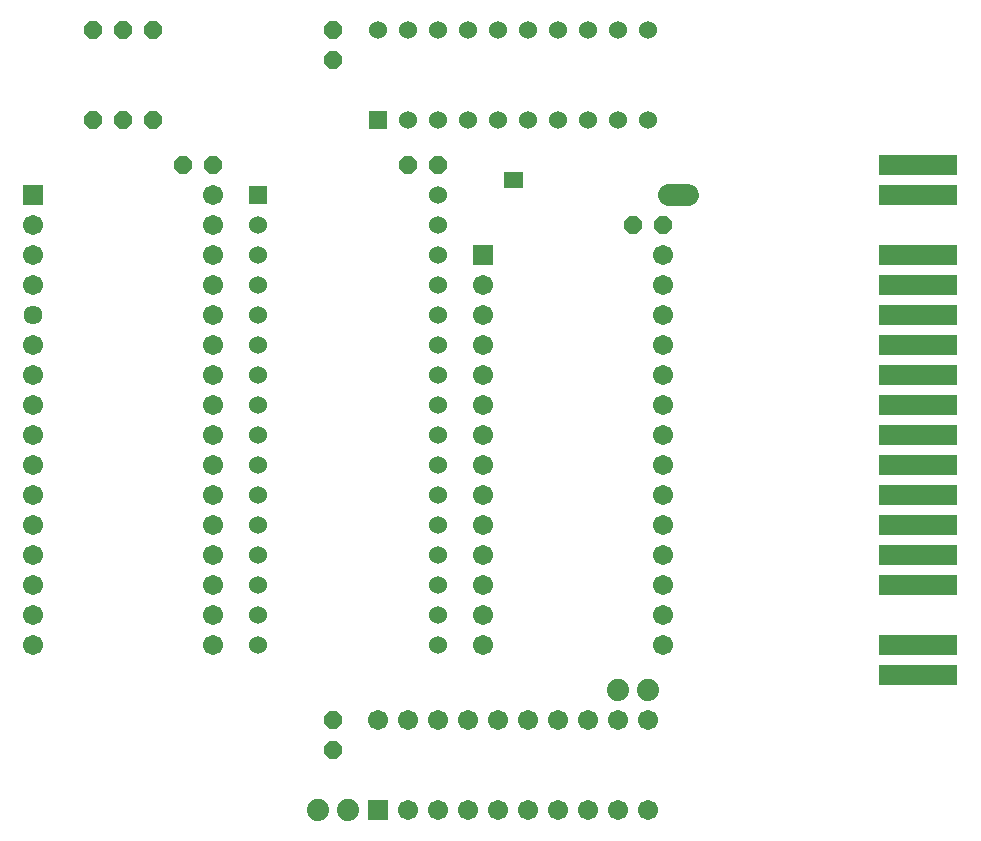
<source format=gbs>
G75*
%MOIN*%
%OFA0B0*%
%FSLAX24Y24*%
%IPPOS*%
%LPD*%
%AMOC8*
5,1,8,0,0,1.08239X$1,22.5*
%
%ADD10R,0.2630X0.0680*%
%ADD11R,0.0674X0.0674*%
%ADD12C,0.0674*%
%ADD13C,0.0634*%
%ADD14R,0.0600X0.0600*%
%ADD15C,0.0600*%
%ADD16OC8,0.0600*%
%ADD17C,0.0740*%
%ADD18C,0.0740*%
%ADD19R,0.0330X0.0580*%
D10*
X031100Y005850D03*
X031100Y006850D03*
X031100Y008850D03*
X031100Y009850D03*
X031100Y010850D03*
X031100Y011850D03*
X031100Y012850D03*
X031100Y013850D03*
X031100Y014850D03*
X031100Y015850D03*
X031100Y016850D03*
X031100Y017850D03*
X031100Y018850D03*
X031100Y019850D03*
X031100Y021850D03*
X031100Y022850D03*
D11*
X016600Y019850D03*
X001600Y021850D03*
X013100Y001350D03*
D12*
X001600Y006850D03*
X001600Y007850D03*
X001600Y008850D03*
X001600Y009850D03*
X001600Y010850D03*
X001600Y011850D03*
X001600Y012850D03*
X001600Y013850D03*
X001600Y014850D03*
X001600Y015850D03*
X001600Y016850D03*
X001600Y018850D03*
X001600Y019850D03*
X001600Y020850D03*
X007600Y020850D03*
X007600Y019850D03*
X007600Y018850D03*
X007600Y017850D03*
X007600Y016850D03*
X007600Y015850D03*
X007600Y014850D03*
X007600Y013850D03*
X007600Y012850D03*
X007600Y011850D03*
X007600Y010850D03*
X007600Y009850D03*
X007600Y008850D03*
X007600Y007850D03*
X007600Y006850D03*
X013100Y004350D03*
X014100Y004350D03*
X015100Y004350D03*
X016100Y004350D03*
X017100Y004350D03*
X018100Y004350D03*
X019100Y004350D03*
X020100Y004350D03*
X021100Y004350D03*
X022100Y004350D03*
X022600Y006850D03*
X022600Y007850D03*
X022600Y008850D03*
X022600Y009850D03*
X022600Y010850D03*
X022600Y011850D03*
X022600Y012850D03*
X022600Y013850D03*
X022600Y014850D03*
X022600Y015850D03*
X022600Y016850D03*
X022600Y017850D03*
X022600Y018850D03*
X022600Y019850D03*
X016600Y018850D03*
X016600Y017850D03*
X016600Y016850D03*
X016600Y015850D03*
X016600Y014850D03*
X016600Y013850D03*
X016600Y012850D03*
X016600Y011850D03*
X016600Y010850D03*
X016600Y009850D03*
X016600Y008850D03*
X016600Y007850D03*
X016600Y006850D03*
X016100Y001350D03*
X017100Y001350D03*
X018100Y001350D03*
X019100Y001350D03*
X020100Y001350D03*
X021100Y001350D03*
X022100Y001350D03*
X015100Y001350D03*
X014100Y001350D03*
X007600Y021850D03*
D13*
X001600Y017850D03*
D14*
X009100Y021850D03*
X013100Y024350D03*
D15*
X014100Y024350D03*
X015100Y024350D03*
X016100Y024350D03*
X017100Y024350D03*
X018100Y024350D03*
X019100Y024350D03*
X020100Y024350D03*
X021100Y024350D03*
X022100Y024350D03*
X022100Y027350D03*
X021100Y027350D03*
X020100Y027350D03*
X019100Y027350D03*
X018100Y027350D03*
X017100Y027350D03*
X016100Y027350D03*
X015100Y027350D03*
X014100Y027350D03*
X013100Y027350D03*
X015100Y021850D03*
X015100Y020850D03*
X015100Y019850D03*
X015100Y018850D03*
X015100Y017850D03*
X015100Y016850D03*
X015100Y015850D03*
X015100Y014850D03*
X015100Y013850D03*
X015100Y012850D03*
X015100Y011850D03*
X015100Y010850D03*
X015100Y009850D03*
X015100Y008850D03*
X015100Y007850D03*
X015100Y006850D03*
X009100Y006850D03*
X009100Y007850D03*
X009100Y008850D03*
X009100Y009850D03*
X009100Y010850D03*
X009100Y011850D03*
X009100Y012850D03*
X009100Y013850D03*
X009100Y014850D03*
X009100Y015850D03*
X009100Y016850D03*
X009100Y017850D03*
X009100Y018850D03*
X009100Y019850D03*
X009100Y020850D03*
D16*
X007600Y022850D03*
X006600Y022850D03*
X005600Y024350D03*
X004600Y024350D03*
X003600Y024350D03*
X003600Y027350D03*
X004600Y027350D03*
X005600Y027350D03*
X011600Y027350D03*
X011600Y026350D03*
X014100Y022850D03*
X015100Y022850D03*
X021600Y020850D03*
X022600Y020850D03*
X011600Y004350D03*
X011600Y003350D03*
D17*
X011100Y001350D03*
X012100Y001350D03*
X021100Y005350D03*
X022100Y005350D03*
D18*
X022770Y021850D02*
X023430Y021850D01*
D19*
X017762Y022350D03*
X017438Y022350D03*
M02*

</source>
